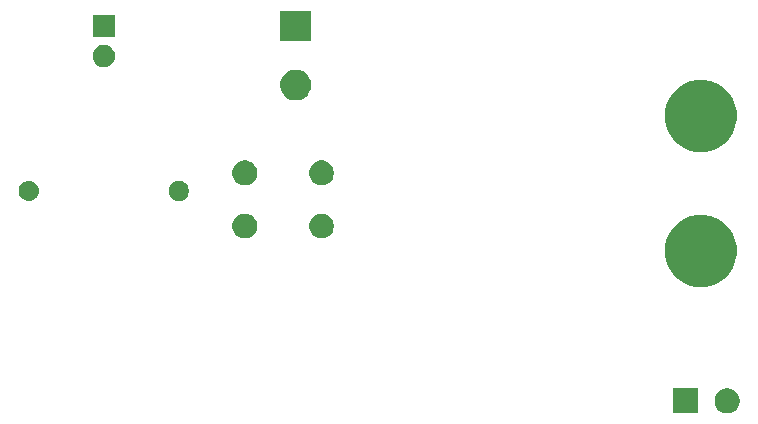
<source format=gbr>
G04 #@! TF.GenerationSoftware,KiCad,Pcbnew,5.0.1*
G04 #@! TF.CreationDate,2019-03-06T14:15:35+01:00*
G04 #@! TF.ProjectId,workshop,776F726B73686F702E6B696361645F70,rev?*
G04 #@! TF.SameCoordinates,Original*
G04 #@! TF.FileFunction,Soldermask,Bot*
G04 #@! TF.FilePolarity,Negative*
%FSLAX46Y46*%
G04 Gerber Fmt 4.6, Leading zero omitted, Abs format (unit mm)*
G04 Created by KiCad (PCBNEW 5.0.1) date Mi 06 Mär 2019 14:15:35 CET*
%MOMM*%
%LPD*%
G01*
G04 APERTURE LIST*
%ADD10C,0.100000*%
G04 APERTURE END LIST*
D10*
G36*
X196631000Y-120431000D02*
X194529000Y-120431000D01*
X194529000Y-118329000D01*
X196631000Y-118329000D01*
X196631000Y-120431000D01*
X196631000Y-120431000D01*
G37*
G36*
X199386565Y-118369389D02*
X199577834Y-118448615D01*
X199749976Y-118563637D01*
X199896363Y-118710024D01*
X200011385Y-118882166D01*
X200090611Y-119073435D01*
X200131000Y-119276484D01*
X200131000Y-119483516D01*
X200090611Y-119686565D01*
X200011385Y-119877834D01*
X199896363Y-120049976D01*
X199749976Y-120196363D01*
X199577834Y-120311385D01*
X199386565Y-120390611D01*
X199183516Y-120431000D01*
X198976484Y-120431000D01*
X198773435Y-120390611D01*
X198582166Y-120311385D01*
X198410024Y-120196363D01*
X198263637Y-120049976D01*
X198148615Y-119877834D01*
X198069389Y-119686565D01*
X198029000Y-119483516D01*
X198029000Y-119276484D01*
X198069389Y-119073435D01*
X198148615Y-118882166D01*
X198263637Y-118710024D01*
X198410024Y-118563637D01*
X198582166Y-118448615D01*
X198773435Y-118369389D01*
X198976484Y-118329000D01*
X199183516Y-118329000D01*
X199386565Y-118369389D01*
X199386565Y-118369389D01*
G37*
G36*
X197739941Y-103746248D02*
X197739943Y-103746249D01*
X197739944Y-103746249D01*
X198295190Y-103976239D01*
X198295191Y-103976240D01*
X198794902Y-104310136D01*
X199219864Y-104735098D01*
X199219866Y-104735101D01*
X199553761Y-105234810D01*
X199783751Y-105790056D01*
X199901000Y-106379503D01*
X199901000Y-106980497D01*
X199783751Y-107569944D01*
X199553761Y-108125190D01*
X199553760Y-108125191D01*
X199219864Y-108624902D01*
X198794902Y-109049864D01*
X198794899Y-109049866D01*
X198295190Y-109383761D01*
X197739944Y-109613751D01*
X197739943Y-109613751D01*
X197739941Y-109613752D01*
X197150499Y-109731000D01*
X196549501Y-109731000D01*
X195960059Y-109613752D01*
X195960057Y-109613751D01*
X195960056Y-109613751D01*
X195404810Y-109383761D01*
X194905101Y-109049866D01*
X194905098Y-109049864D01*
X194480136Y-108624902D01*
X194146240Y-108125191D01*
X194146239Y-108125190D01*
X193916249Y-107569944D01*
X193799000Y-106980497D01*
X193799000Y-106379503D01*
X193916249Y-105790056D01*
X194146239Y-105234810D01*
X194480134Y-104735101D01*
X194480136Y-104735098D01*
X194905098Y-104310136D01*
X195404809Y-103976240D01*
X195404810Y-103976239D01*
X195960056Y-103746249D01*
X195960057Y-103746249D01*
X195960059Y-103746248D01*
X196549501Y-103629000D01*
X197150499Y-103629000D01*
X197739941Y-103746248D01*
X197739941Y-103746248D01*
G37*
G36*
X158548565Y-103565389D02*
X158739834Y-103644615D01*
X158911976Y-103759637D01*
X159058363Y-103906024D01*
X159173385Y-104078166D01*
X159252611Y-104269435D01*
X159293000Y-104472484D01*
X159293000Y-104679516D01*
X159252611Y-104882565D01*
X159173385Y-105073834D01*
X159058363Y-105245976D01*
X158911976Y-105392363D01*
X158739834Y-105507385D01*
X158548565Y-105586611D01*
X158345516Y-105627000D01*
X158138484Y-105627000D01*
X157935435Y-105586611D01*
X157744166Y-105507385D01*
X157572024Y-105392363D01*
X157425637Y-105245976D01*
X157310615Y-105073834D01*
X157231389Y-104882565D01*
X157191000Y-104679516D01*
X157191000Y-104472484D01*
X157231389Y-104269435D01*
X157310615Y-104078166D01*
X157425637Y-103906024D01*
X157572024Y-103759637D01*
X157744166Y-103644615D01*
X157935435Y-103565389D01*
X158138484Y-103525000D01*
X158345516Y-103525000D01*
X158548565Y-103565389D01*
X158548565Y-103565389D01*
G37*
G36*
X165048565Y-103565389D02*
X165239834Y-103644615D01*
X165411976Y-103759637D01*
X165558363Y-103906024D01*
X165673385Y-104078166D01*
X165752611Y-104269435D01*
X165793000Y-104472484D01*
X165793000Y-104679516D01*
X165752611Y-104882565D01*
X165673385Y-105073834D01*
X165558363Y-105245976D01*
X165411976Y-105392363D01*
X165239834Y-105507385D01*
X165048565Y-105586611D01*
X164845516Y-105627000D01*
X164638484Y-105627000D01*
X164435435Y-105586611D01*
X164244166Y-105507385D01*
X164072024Y-105392363D01*
X163925637Y-105245976D01*
X163810615Y-105073834D01*
X163731389Y-104882565D01*
X163691000Y-104679516D01*
X163691000Y-104472484D01*
X163731389Y-104269435D01*
X163810615Y-104078166D01*
X163925637Y-103906024D01*
X164072024Y-103759637D01*
X164244166Y-103644615D01*
X164435435Y-103565389D01*
X164638484Y-103525000D01*
X164845516Y-103525000D01*
X165048565Y-103565389D01*
X165048565Y-103565389D01*
G37*
G36*
X140120821Y-100761313D02*
X140120824Y-100761314D01*
X140120825Y-100761314D01*
X140281239Y-100809975D01*
X140281241Y-100809976D01*
X140281244Y-100809977D01*
X140429078Y-100888995D01*
X140558659Y-100995341D01*
X140665005Y-101124922D01*
X140744023Y-101272756D01*
X140744024Y-101272759D01*
X140744025Y-101272761D01*
X140792686Y-101433175D01*
X140792687Y-101433179D01*
X140809117Y-101600000D01*
X140792687Y-101766821D01*
X140792686Y-101766824D01*
X140792686Y-101766825D01*
X140767993Y-101848228D01*
X140744023Y-101927244D01*
X140665005Y-102075078D01*
X140558659Y-102204659D01*
X140429078Y-102311005D01*
X140281244Y-102390023D01*
X140281241Y-102390024D01*
X140281239Y-102390025D01*
X140120825Y-102438686D01*
X140120824Y-102438686D01*
X140120821Y-102438687D01*
X139995804Y-102451000D01*
X139912196Y-102451000D01*
X139787179Y-102438687D01*
X139787176Y-102438686D01*
X139787175Y-102438686D01*
X139626761Y-102390025D01*
X139626759Y-102390024D01*
X139626756Y-102390023D01*
X139478922Y-102311005D01*
X139349341Y-102204659D01*
X139242995Y-102075078D01*
X139163977Y-101927244D01*
X139140008Y-101848228D01*
X139115314Y-101766825D01*
X139115314Y-101766824D01*
X139115313Y-101766821D01*
X139098883Y-101600000D01*
X139115313Y-101433179D01*
X139115314Y-101433175D01*
X139163975Y-101272761D01*
X139163976Y-101272759D01*
X139163977Y-101272756D01*
X139242995Y-101124922D01*
X139349341Y-100995341D01*
X139478922Y-100888995D01*
X139626756Y-100809977D01*
X139626759Y-100809976D01*
X139626761Y-100809975D01*
X139787175Y-100761314D01*
X139787176Y-100761314D01*
X139787179Y-100761313D01*
X139912196Y-100749000D01*
X139995804Y-100749000D01*
X140120821Y-100761313D01*
X140120821Y-100761313D01*
G37*
G36*
X152902228Y-100781703D02*
X153057100Y-100845853D01*
X153196481Y-100938985D01*
X153315015Y-101057519D01*
X153408147Y-101196900D01*
X153472297Y-101351772D01*
X153505000Y-101516184D01*
X153505000Y-101683816D01*
X153472297Y-101848228D01*
X153408147Y-102003100D01*
X153315015Y-102142481D01*
X153196481Y-102261015D01*
X153057100Y-102354147D01*
X152902228Y-102418297D01*
X152737816Y-102451000D01*
X152570184Y-102451000D01*
X152405772Y-102418297D01*
X152250900Y-102354147D01*
X152111519Y-102261015D01*
X151992985Y-102142481D01*
X151899853Y-102003100D01*
X151835703Y-101848228D01*
X151803000Y-101683816D01*
X151803000Y-101516184D01*
X151835703Y-101351772D01*
X151899853Y-101196900D01*
X151992985Y-101057519D01*
X152111519Y-100938985D01*
X152250900Y-100845853D01*
X152405772Y-100781703D01*
X152570184Y-100749000D01*
X152737816Y-100749000D01*
X152902228Y-100781703D01*
X152902228Y-100781703D01*
G37*
G36*
X158548565Y-99065389D02*
X158739834Y-99144615D01*
X158911976Y-99259637D01*
X159058363Y-99406024D01*
X159173385Y-99578166D01*
X159252611Y-99769435D01*
X159293000Y-99972484D01*
X159293000Y-100179516D01*
X159252611Y-100382565D01*
X159173385Y-100573834D01*
X159058363Y-100745976D01*
X158911976Y-100892363D01*
X158739834Y-101007385D01*
X158548565Y-101086611D01*
X158345516Y-101127000D01*
X158138484Y-101127000D01*
X157935435Y-101086611D01*
X157744166Y-101007385D01*
X157572024Y-100892363D01*
X157425637Y-100745976D01*
X157310615Y-100573834D01*
X157231389Y-100382565D01*
X157191000Y-100179516D01*
X157191000Y-99972484D01*
X157231389Y-99769435D01*
X157310615Y-99578166D01*
X157425637Y-99406024D01*
X157572024Y-99259637D01*
X157744166Y-99144615D01*
X157935435Y-99065389D01*
X158138484Y-99025000D01*
X158345516Y-99025000D01*
X158548565Y-99065389D01*
X158548565Y-99065389D01*
G37*
G36*
X165048565Y-99065389D02*
X165239834Y-99144615D01*
X165411976Y-99259637D01*
X165558363Y-99406024D01*
X165673385Y-99578166D01*
X165752611Y-99769435D01*
X165793000Y-99972484D01*
X165793000Y-100179516D01*
X165752611Y-100382565D01*
X165673385Y-100573834D01*
X165558363Y-100745976D01*
X165411976Y-100892363D01*
X165239834Y-101007385D01*
X165048565Y-101086611D01*
X164845516Y-101127000D01*
X164638484Y-101127000D01*
X164435435Y-101086611D01*
X164244166Y-101007385D01*
X164072024Y-100892363D01*
X163925637Y-100745976D01*
X163810615Y-100573834D01*
X163731389Y-100382565D01*
X163691000Y-100179516D01*
X163691000Y-99972484D01*
X163731389Y-99769435D01*
X163810615Y-99578166D01*
X163925637Y-99406024D01*
X164072024Y-99259637D01*
X164244166Y-99144615D01*
X164435435Y-99065389D01*
X164638484Y-99025000D01*
X164845516Y-99025000D01*
X165048565Y-99065389D01*
X165048565Y-99065389D01*
G37*
G36*
X197739941Y-92316248D02*
X197739943Y-92316249D01*
X197739944Y-92316249D01*
X198295190Y-92546239D01*
X198788162Y-92875633D01*
X198794902Y-92880136D01*
X199219864Y-93305098D01*
X199219866Y-93305101D01*
X199553761Y-93804810D01*
X199783751Y-94360056D01*
X199901000Y-94949503D01*
X199901000Y-95550497D01*
X199783751Y-96139944D01*
X199553761Y-96695190D01*
X199553760Y-96695191D01*
X199219864Y-97194902D01*
X198794902Y-97619864D01*
X198794899Y-97619866D01*
X198295190Y-97953761D01*
X197739944Y-98183751D01*
X197739943Y-98183751D01*
X197739941Y-98183752D01*
X197150499Y-98301000D01*
X196549501Y-98301000D01*
X195960059Y-98183752D01*
X195960057Y-98183751D01*
X195960056Y-98183751D01*
X195404810Y-97953761D01*
X194905101Y-97619866D01*
X194905098Y-97619864D01*
X194480136Y-97194902D01*
X194146240Y-96695191D01*
X194146239Y-96695190D01*
X193916249Y-96139944D01*
X193799000Y-95550497D01*
X193799000Y-94949503D01*
X193916249Y-94360056D01*
X194146239Y-93804810D01*
X194480134Y-93305101D01*
X194480136Y-93305098D01*
X194905098Y-92880136D01*
X194911838Y-92875633D01*
X195404810Y-92546239D01*
X195960056Y-92316249D01*
X195960057Y-92316249D01*
X195960059Y-92316248D01*
X196549501Y-92199000D01*
X197150499Y-92199000D01*
X197739941Y-92316248D01*
X197739941Y-92316248D01*
G37*
G36*
X162939485Y-91378996D02*
X162939487Y-91378997D01*
X162939488Y-91378997D01*
X163176255Y-91477069D01*
X163389342Y-91619449D01*
X163570551Y-91800658D01*
X163712931Y-92013745D01*
X163811004Y-92250515D01*
X163861000Y-92501861D01*
X163861000Y-92758139D01*
X163811004Y-93009485D01*
X163712931Y-93246255D01*
X163570551Y-93459342D01*
X163389342Y-93640551D01*
X163389339Y-93640553D01*
X163176255Y-93782931D01*
X162939488Y-93881003D01*
X162939487Y-93881003D01*
X162939485Y-93881004D01*
X162688139Y-93931000D01*
X162431861Y-93931000D01*
X162180515Y-93881004D01*
X162180513Y-93881003D01*
X162180512Y-93881003D01*
X161943745Y-93782931D01*
X161730661Y-93640553D01*
X161730658Y-93640551D01*
X161549449Y-93459342D01*
X161407069Y-93246255D01*
X161308996Y-93009485D01*
X161259000Y-92758139D01*
X161259000Y-92501861D01*
X161308996Y-92250515D01*
X161407069Y-92013745D01*
X161549449Y-91800658D01*
X161730658Y-91619449D01*
X161943745Y-91477069D01*
X162180512Y-91378997D01*
X162180513Y-91378997D01*
X162180515Y-91378996D01*
X162431861Y-91329000D01*
X162688139Y-91329000D01*
X162939485Y-91378996D01*
X162939485Y-91378996D01*
G37*
G36*
X146581396Y-89255546D02*
X146754466Y-89327234D01*
X146910230Y-89431312D01*
X147042688Y-89563770D01*
X147146766Y-89719534D01*
X147218454Y-89892604D01*
X147255000Y-90076333D01*
X147255000Y-90263667D01*
X147218454Y-90447396D01*
X147146766Y-90620466D01*
X147042688Y-90776230D01*
X146910230Y-90908688D01*
X146754466Y-91012766D01*
X146581396Y-91084454D01*
X146397667Y-91121000D01*
X146210333Y-91121000D01*
X146026604Y-91084454D01*
X145853534Y-91012766D01*
X145697770Y-90908688D01*
X145565312Y-90776230D01*
X145461234Y-90620466D01*
X145389546Y-90447396D01*
X145353000Y-90263667D01*
X145353000Y-90076333D01*
X145389546Y-89892604D01*
X145461234Y-89719534D01*
X145565312Y-89563770D01*
X145697770Y-89431312D01*
X145853534Y-89327234D01*
X146026604Y-89255546D01*
X146210333Y-89219000D01*
X146397667Y-89219000D01*
X146581396Y-89255546D01*
X146581396Y-89255546D01*
G37*
G36*
X163861000Y-88931000D02*
X161259000Y-88931000D01*
X161259000Y-86329000D01*
X163861000Y-86329000D01*
X163861000Y-88931000D01*
X163861000Y-88931000D01*
G37*
G36*
X147255000Y-88581000D02*
X145353000Y-88581000D01*
X145353000Y-86679000D01*
X147255000Y-86679000D01*
X147255000Y-88581000D01*
X147255000Y-88581000D01*
G37*
M02*

</source>
